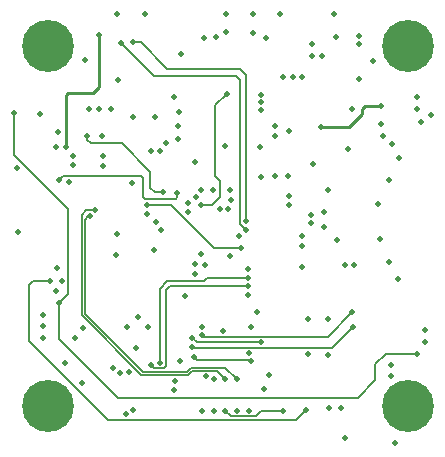
<source format=gbr>
%TF.GenerationSoftware,KiCad,Pcbnew,(6.0.4)*%
%TF.CreationDate,2023-01-18T22:00:33-06:00*%
%TF.ProjectId,Flight_Controller,466c6967-6874-45f4-936f-6e74726f6c6c,rev?*%
%TF.SameCoordinates,Original*%
%TF.FileFunction,Copper,L3,Inr*%
%TF.FilePolarity,Positive*%
%FSLAX46Y46*%
G04 Gerber Fmt 4.6, Leading zero omitted, Abs format (unit mm)*
G04 Created by KiCad (PCBNEW (6.0.4)) date 2023-01-18 22:00:33*
%MOMM*%
%LPD*%
G01*
G04 APERTURE LIST*
%TA.AperFunction,ComponentPad*%
%ADD10C,0.700000*%
%TD*%
%TA.AperFunction,ComponentPad*%
%ADD11C,4.400000*%
%TD*%
%TA.AperFunction,ViaPad*%
%ADD12C,0.508000*%
%TD*%
%TA.AperFunction,Conductor*%
%ADD13C,0.254000*%
%TD*%
%TA.AperFunction,Conductor*%
%ADD14C,0.127000*%
%TD*%
G04 APERTURE END LIST*
D10*
%TO.N,N/C*%
%TO.C,H3*%
X122510000Y-94110000D03*
D11*
X122510000Y-92460000D03*
D10*
X123676726Y-91293274D03*
X121343274Y-93626726D03*
X123676726Y-93626726D03*
X124160000Y-92460000D03*
X121343274Y-91293274D03*
X122510000Y-90810000D03*
X120860000Y-92460000D03*
%TD*%
%TO.N,N/C*%
%TO.C,H4*%
X121343274Y-63126726D03*
X123676726Y-60793274D03*
X121343274Y-60793274D03*
X122510000Y-60310000D03*
X122510000Y-63610000D03*
D11*
X122510000Y-61960000D03*
D10*
X124160000Y-61960000D03*
X120860000Y-61960000D03*
X123676726Y-63126726D03*
%TD*%
%TO.N,N/C*%
%TO.C,H1*%
X154176732Y-60793272D03*
X151843280Y-60793272D03*
X151843280Y-63126724D03*
X153010006Y-63609998D03*
X154660006Y-61959998D03*
X154176732Y-63126724D03*
D11*
X153010006Y-61959998D03*
D10*
X151360006Y-61959998D03*
X153010006Y-60309998D03*
%TD*%
%TO.N,N/C*%
%TO.C,H2*%
X154176726Y-93626726D03*
X153010000Y-90810000D03*
X154176726Y-91293274D03*
X154660000Y-92460000D03*
X151843274Y-91293274D03*
X153010000Y-94110000D03*
X151360000Y-92460000D03*
D11*
X153010000Y-92460000D03*
D10*
X151843274Y-93626726D03*
%TD*%
D12*
%TO.N,GND*%
X129600000Y-73625000D03*
X137300000Y-86100000D03*
X123300000Y-80775000D03*
X129750000Y-67980000D03*
X153750000Y-66330000D03*
X145690000Y-62840000D03*
X151360000Y-80260000D03*
X130120000Y-84900000D03*
X125970000Y-67290000D03*
X123690000Y-81890000D03*
X142925000Y-75475000D03*
X131600000Y-67975000D03*
X124275000Y-73525000D03*
X123380000Y-69250000D03*
X144520000Y-85070000D03*
X128440000Y-64850000D03*
X127980000Y-89280000D03*
X133550000Y-69860000D03*
X134940000Y-81320000D03*
X127150000Y-71300000D03*
X151930000Y-95610000D03*
X146250000Y-88120000D03*
X129240000Y-85770000D03*
X146330000Y-92640000D03*
X139530000Y-92880000D03*
X145874994Y-76049988D03*
X128340000Y-59280000D03*
X147000000Y-78375000D03*
X142170000Y-59270000D03*
X144540000Y-88070000D03*
X123930000Y-88850000D03*
X144840000Y-62850000D03*
X138710000Y-78100000D03*
X134400000Y-76020000D03*
X128300000Y-79690000D03*
X122120000Y-85720000D03*
X150910000Y-69590000D03*
X126860000Y-67290000D03*
X137570000Y-59270000D03*
X140225000Y-84525000D03*
X139530000Y-87980000D03*
X151390000Y-73350000D03*
X150070000Y-63280000D03*
X135530000Y-92880000D03*
X135800000Y-80500000D03*
X140520000Y-66730000D03*
X151610000Y-70260000D03*
X146200000Y-85080000D03*
X119940000Y-77750000D03*
X143980000Y-78040000D03*
X154390000Y-86040000D03*
X132030000Y-70910000D03*
X140530000Y-66110000D03*
X146920000Y-61200000D03*
X147690000Y-80570000D03*
X154120000Y-68400000D03*
X148270000Y-67360000D03*
X145850000Y-77350010D03*
X151590000Y-89960000D03*
X130950000Y-85750000D03*
X148860000Y-61860000D03*
X129730000Y-92820000D03*
X138530000Y-92880000D03*
X127140000Y-72150000D03*
X141010000Y-61340000D03*
X148860000Y-61120000D03*
X148850000Y-64750000D03*
X127820000Y-67290000D03*
X140520000Y-67410000D03*
%TO.N,+3V3*%
X142820000Y-73030000D03*
X141690000Y-68790000D03*
X142925000Y-74650000D03*
X148380000Y-80570000D03*
X135450000Y-79620000D03*
X119900000Y-72330000D03*
X133610000Y-67600000D03*
X140580000Y-73040000D03*
X141250000Y-89880000D03*
X132120000Y-77570000D03*
X139880000Y-59270000D03*
X143990000Y-78920000D03*
X141690000Y-69600000D03*
X143990000Y-80700000D03*
X140450000Y-70580000D03*
X137940000Y-79750000D03*
X146710000Y-59300000D03*
X151580000Y-88990000D03*
X137500000Y-70430000D03*
X139675000Y-85750000D03*
X141690000Y-73030000D03*
X131220000Y-70900000D03*
%TO.N,+5V*%
X134930000Y-80420000D03*
X122120000Y-86730000D03*
X121830000Y-67710000D03*
X125490000Y-85870000D03*
X147890000Y-70720000D03*
X154400000Y-87030000D03*
X153740000Y-67310000D03*
X125670000Y-63170000D03*
X144950000Y-71940000D03*
X146200000Y-74220000D03*
X129090000Y-93180000D03*
X122130000Y-84730000D03*
X147320000Y-92670000D03*
X133210000Y-91110000D03*
X130730000Y-59260000D03*
%TO.N,+BATT*%
X142380000Y-64610000D03*
X143220000Y-64600000D03*
X144060000Y-64590000D03*
%TO.N,Net-(C24-Pad1)*%
X150730000Y-67070000D03*
X145650000Y-68870000D03*
%TO.N,Net-(C25-Pad1)*%
X127100000Y-69610000D03*
%TO.N,+9V*%
X123180000Y-70550000D03*
X126810000Y-61060000D03*
X124630000Y-72100000D03*
X140770000Y-91000000D03*
X124030000Y-70560000D03*
X147644500Y-95150000D03*
X124610000Y-71290000D03*
%TO.N,NRST*%
X128370000Y-77910000D03*
X133530000Y-68740000D03*
%TO.N,ESC_TEL_RX*%
X135750000Y-61280000D03*
X123170000Y-82730000D03*
%TO.N,ADC_Current*%
X136750000Y-61250000D03*
X130900000Y-76240000D03*
%TO.N,RADIO_RX*%
X129330000Y-89630000D03*
%TO.N,RADIO_TX*%
X128640000Y-89656000D03*
%TO.N,Net-(P1-PadA5)*%
X150490000Y-75390000D03*
X152250000Y-71480000D03*
%TO.N,Net-(P1-PadB5)*%
X152160000Y-81710000D03*
X150580000Y-78316979D03*
%TO.N,VIDEO_IN*%
X124780000Y-86730000D03*
%TO.N,V_SENSE1*%
X125850000Y-69569500D03*
X132260000Y-74350000D03*
%TO.N,V_SENSE2*%
X150690000Y-68550000D03*
%TO.N,BOOT0*%
X133460000Y-74410000D03*
X123480000Y-73310000D03*
%TO.N,GPS_TX*%
X128700000Y-61760000D03*
X139310000Y-77530000D03*
%TO.N,GYRO_CS*%
X136460000Y-74140000D03*
%TO.N,GYRO_SCK*%
X137960000Y-74150000D03*
%TO.N,GYRO_MOSI*%
X137112500Y-75810000D03*
%TO.N,GYRO_MISO*%
X137780000Y-75830000D03*
%TO.N,GYRO_INT1*%
X138889994Y-79090012D03*
X130910000Y-75430000D03*
%TO.N,OSD_CS*%
X139480000Y-83050000D03*
X134076044Y-83173956D03*
%TO.N,OSD_MOSI*%
X139470000Y-80910000D03*
X133720000Y-88650000D03*
%TO.N,OSD_CLK*%
X139470000Y-82310000D03*
X131220000Y-89000000D03*
%TO.N,OSD_MISO*%
X139470000Y-81610000D03*
X131980000Y-88810000D03*
%TO.N,Flash_CS*%
X139700000Y-88650000D03*
X134880000Y-88330000D03*
%TO.N,Flash_MISO*%
X134740000Y-86690000D03*
X140520000Y-87060000D03*
%TO.N,Flash_MOSI*%
X135516000Y-86484948D03*
X148280000Y-84520000D03*
%TO.N,Flash_CLK*%
X134730000Y-87490000D03*
X148300000Y-85790000D03*
%TO.N,ADC_BATT*%
X131630000Y-76880000D03*
X144830000Y-61840000D03*
%TO.N,/Connectors/D-*%
X144778656Y-76952500D03*
%TO.N,LED_STRIP*%
X119600000Y-67660000D03*
X153740000Y-88030000D03*
X123450000Y-83760000D03*
X129980000Y-87520000D03*
X154960000Y-67830000D03*
%TO.N,DJI_TX*%
X142390000Y-92930000D03*
X137530000Y-92880000D03*
%TO.N,DJI_RX*%
X136530000Y-92870000D03*
%TO.N,DJI_SBUS*%
X135900000Y-89940000D03*
%TO.N,GPS_RX*%
X129700000Y-61650000D03*
X139310000Y-76780000D03*
%TO.N,GPS_I2C_SDA*%
X139910000Y-60920000D03*
X132500000Y-70220000D03*
%TO.N,GPS_I2C_SCL*%
X137610000Y-60780000D03*
X133210000Y-66280000D03*
%TO.N,/Connectors/D+*%
X144778656Y-76317500D03*
%TO.N,VIDEO_OUT*%
X122690000Y-81870000D03*
X144330000Y-92830000D03*
%TO.N,Motor 1*%
X138040000Y-75030000D03*
X142880000Y-69180000D03*
%TO.N,Motor 2*%
X135480000Y-75430000D03*
X137640000Y-66040000D03*
%TO.N,Motor 3*%
X135460000Y-74190000D03*
%TO.N,Motor 4*%
X134960000Y-71810000D03*
%TO.N,Motor 5*%
X133751044Y-62651044D03*
X135020000Y-74800000D03*
%TO.N,GPIO_3*%
X137540000Y-90210000D03*
X126530000Y-75910000D03*
%TO.N,GPIO_4*%
X126044000Y-76410000D03*
X138530000Y-90210000D03*
%TO.N,GPIO_1*%
X133250000Y-90330000D03*
X131500000Y-79280000D03*
%TO.N,GPIO_2*%
X136530000Y-90210000D03*
X135516000Y-85740000D03*
%TO.N,Net-(R27-Pad1)*%
X125420000Y-90550000D03*
X134400000Y-75260000D03*
%TD*%
D13*
%TO.N,Net-(C24-Pad1)*%
X148000000Y-68870000D02*
X149120000Y-67750000D01*
X149360000Y-67070000D02*
X150730000Y-67070000D01*
X145650000Y-68870000D02*
X148000000Y-68870000D01*
X149120000Y-67750000D02*
X149120000Y-67310000D01*
X149120000Y-67310000D02*
X149360000Y-67070000D01*
%TO.N,+9V*%
X124030000Y-66100000D02*
X124030000Y-70560000D01*
X126350000Y-65940000D02*
X124190000Y-65940000D01*
X126810000Y-65480000D02*
X126350000Y-65940000D01*
X126810000Y-61060000D02*
X126810000Y-65480000D01*
X124190000Y-65940000D02*
X124030000Y-66100000D01*
D14*
%TO.N,V_SENSE1*%
X131170000Y-72630000D02*
X128760000Y-70220000D01*
X131170000Y-73990000D02*
X131170000Y-72630000D01*
X125850000Y-69950000D02*
X125850000Y-69569500D01*
X131530000Y-74350000D02*
X131170000Y-73990000D01*
X132260000Y-74350000D02*
X131530000Y-74350000D01*
X126120000Y-70220000D02*
X125850000Y-69950000D01*
X128760000Y-70220000D02*
X126120000Y-70220000D01*
%TO.N,BOOT0*%
X133460000Y-74790000D02*
X133460000Y-74410000D01*
X130580000Y-74780000D02*
X130730000Y-74930000D01*
X123480000Y-73310000D02*
X123800000Y-72990000D01*
X123800000Y-72990000D02*
X130400000Y-72990000D01*
X130400000Y-72990000D02*
X130580000Y-73170000D01*
X130730000Y-74930000D02*
X133320000Y-74930000D01*
X133320000Y-74930000D02*
X133460000Y-74790000D01*
X130580000Y-73170000D02*
X130580000Y-74780000D01*
%TO.N,GPS_TX*%
X138450000Y-64510000D02*
X138800734Y-64860734D01*
X138800734Y-77020734D02*
X139310000Y-77530000D01*
X138800734Y-64860734D02*
X138800734Y-77020734D01*
X128700000Y-61760000D02*
X131450000Y-64510000D01*
X131450000Y-64510000D02*
X138450000Y-64510000D01*
%TO.N,GYRO_INT1*%
X138890000Y-79090000D02*
X136580000Y-79090000D01*
X136580000Y-79090000D02*
X132920000Y-75430000D01*
X132920000Y-75430000D02*
X130910000Y-75430000D01*
%TO.N,OSD_CLK*%
X131500000Y-89280000D02*
X131220000Y-89000000D01*
X132530000Y-82630000D02*
X132530000Y-89050000D01*
X132530000Y-89050000D02*
X132300000Y-89280000D01*
X132300000Y-89280000D02*
X131500000Y-89280000D01*
X139470000Y-82310000D02*
X132850000Y-82310000D01*
X132850000Y-82310000D02*
X132530000Y-82630000D01*
%TO.N,OSD_MISO*%
X136010000Y-81610000D02*
X139470000Y-81610000D01*
X135700000Y-81920000D02*
X136010000Y-81610000D01*
X131980000Y-82560000D02*
X132620000Y-81920000D01*
X132620000Y-81920000D02*
X135700000Y-81920000D01*
X131980000Y-88810000D02*
X131980000Y-82560000D01*
%TO.N,Flash_CS*%
X139640000Y-88590000D02*
X139700000Y-88650000D01*
X135140000Y-88590000D02*
X139640000Y-88590000D01*
X134880000Y-88330000D02*
X135140000Y-88590000D01*
%TO.N,Flash_MISO*%
X135110000Y-87060000D02*
X140520000Y-87060000D01*
X134740000Y-86690000D02*
X135110000Y-87060000D01*
%TO.N,Flash_MOSI*%
X146210000Y-86590000D02*
X148280000Y-84520000D01*
X135516000Y-86484948D02*
X135621052Y-86590000D01*
X135621052Y-86590000D02*
X146210000Y-86590000D01*
%TO.N,Flash_CLK*%
X148300000Y-85790000D02*
X146560000Y-87530000D01*
X146560000Y-87530000D02*
X134770000Y-87530000D01*
X134770000Y-87530000D02*
X134730000Y-87490000D01*
%TO.N,LED_STRIP*%
X124210000Y-75800000D02*
X119600000Y-71190000D01*
X150220000Y-90270000D02*
X150220000Y-88930000D01*
X150220000Y-88930000D02*
X151120000Y-88030000D01*
X123450000Y-83760000D02*
X123450000Y-86780000D01*
X124210000Y-83000000D02*
X124210000Y-75800000D01*
X119600000Y-71190000D02*
X119600000Y-67660000D01*
X151120000Y-88030000D02*
X153740000Y-88030000D01*
X123450000Y-86780000D02*
X128420000Y-91750000D01*
X148740000Y-91750000D02*
X150220000Y-90270000D01*
X128420000Y-91750000D02*
X148740000Y-91750000D01*
X123450000Y-83760000D02*
X124210000Y-83000000D01*
%TO.N,DJI_TX*%
X140140000Y-93350000D02*
X138000000Y-93350000D01*
X138000000Y-93350000D02*
X137530000Y-92880000D01*
X142390000Y-92930000D02*
X140560000Y-92930000D01*
X140560000Y-92930000D02*
X140140000Y-93350000D01*
%TO.N,GPS_RX*%
X129700000Y-61650000D02*
X130350000Y-61650000D01*
X132630000Y-63930000D02*
X138790000Y-63930000D01*
X139310000Y-64450000D02*
X139310000Y-76780000D01*
X130350000Y-61650000D02*
X132630000Y-63930000D01*
X138790000Y-63930000D02*
X139310000Y-64450000D01*
%TO.N,VIDEO_OUT*%
X143520000Y-93640000D02*
X127630000Y-93640000D01*
X120930000Y-86940000D02*
X120930000Y-82210000D01*
X144330000Y-92830000D02*
X143520000Y-93640000D01*
X127630000Y-93640000D02*
X120930000Y-86940000D01*
X121270000Y-81870000D02*
X122690000Y-81870000D01*
X120930000Y-82210000D02*
X121270000Y-81870000D01*
%TO.N,Motor 2*%
X137080000Y-73420000D02*
X137080000Y-74760000D01*
X136693321Y-73033321D02*
X137080000Y-73420000D01*
X137080000Y-74760000D02*
X136410000Y-75430000D01*
X136693321Y-66986679D02*
X136693321Y-73033321D01*
X136410000Y-75430000D02*
X135480000Y-75430000D01*
X137640000Y-66040000D02*
X136693321Y-66986679D01*
%TO.N,GPIO_3*%
X134330000Y-89850000D02*
X134710000Y-89470000D01*
X130420000Y-89850000D02*
X134330000Y-89850000D01*
X136800000Y-89470000D02*
X137540000Y-90210000D01*
X125350000Y-76270000D02*
X125350000Y-84780000D01*
X126530000Y-75910000D02*
X125710000Y-75910000D01*
X134710000Y-89470000D02*
X136800000Y-89470000D01*
X125350000Y-84780000D02*
X130420000Y-89850000D01*
X125710000Y-75910000D02*
X125350000Y-76270000D01*
%TO.N,GPIO_4*%
X134611468Y-89210000D02*
X134260734Y-89560734D01*
X138530000Y-90210000D02*
X137530000Y-89210000D01*
X134611468Y-89210000D02*
X137530000Y-89210000D01*
X130525012Y-89596480D02*
X134224988Y-89596480D01*
X125920000Y-76410000D02*
X125603520Y-76726480D01*
X125603520Y-76726480D02*
X125603520Y-84674988D01*
X134260734Y-89560734D02*
X134224988Y-89596480D01*
X125603520Y-84674988D02*
X130525012Y-89596480D01*
X126044000Y-76410000D02*
X125920000Y-76410000D01*
%TD*%
M02*

</source>
